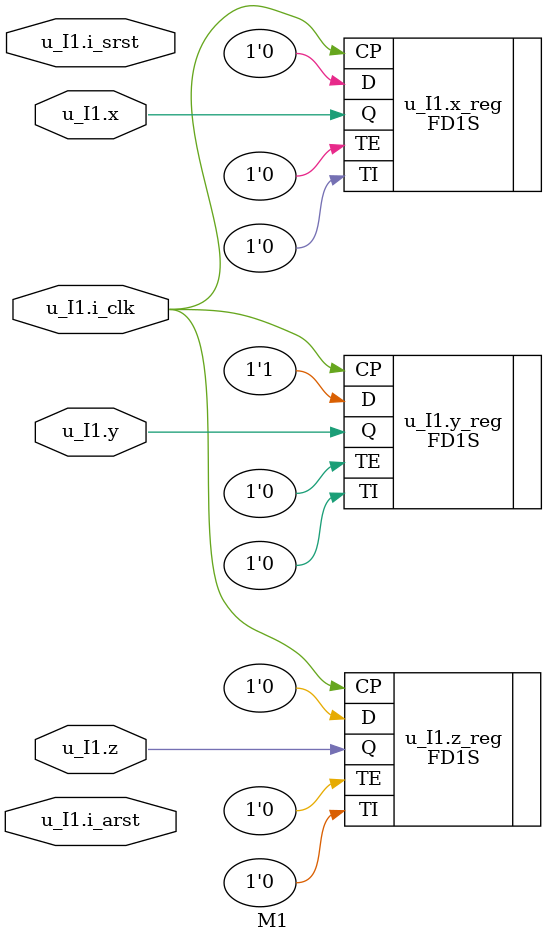
<source format=v>


module M1 ( \u_I1.i_clk , \u_I1.i_srst , \u_I1.i_arst , \u_I1.z , \u_I1.y , 
        \u_I1.x  );
  input \u_I1.i_clk , \u_I1.i_srst , \u_I1.i_arst ;
  inout \u_I1.z ,  \u_I1.y ,  \u_I1.x ;

  tri   \u_I1.z ;
  tri   \u_I1.y ;
  tri   \u_I1.x ;

  FD1S \u_I1.z_reg  ( .D(1'b0), .TI(1'b0), .TE(1'b0), .CP(\u_I1.i_clk ), .Q(
        \u_I1.z ) );
  FD1S \u_I1.y_reg  ( .D(1'b1), .TI(1'b0), .TE(1'b0), .CP(\u_I1.i_clk ), .Q(
        \u_I1.y ) );
  FD1S \u_I1.x_reg  ( .D(1'b0), .TI(1'b0), .TE(1'b0), .CP(\u_I1.i_clk ), .Q(
        \u_I1.x ) );
endmodule


</source>
